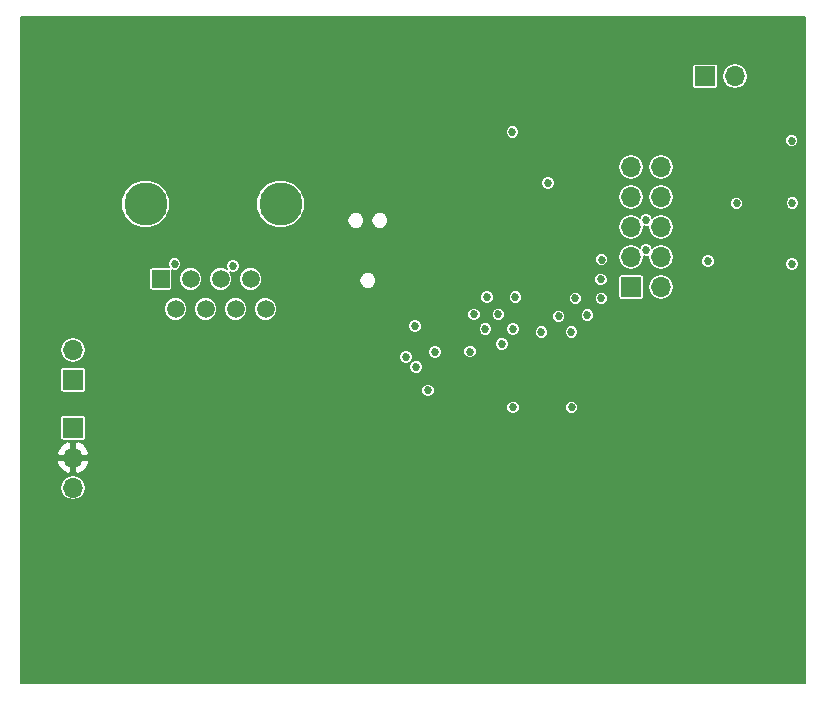
<source format=gbr>
G04 #@! TF.FileFunction,Copper,L2,Inr,Plane*
%FSLAX46Y46*%
G04 Gerber Fmt 4.6, Leading zero omitted, Abs format (unit mm)*
G04 Created by KiCad (PCBNEW 4.0.0-rc1-stable) date 05/10/2017 19:39:07*
%MOMM*%
G01*
G04 APERTURE LIST*
%ADD10C,0.100000*%
%ADD11C,0.685800*%
%ADD12R,1.700000X1.700000*%
%ADD13O,1.700000X1.700000*%
%ADD14C,3.650000*%
%ADD15R,1.500000X1.500000*%
%ADD16C,1.500000*%
%ADD17C,0.152400*%
G04 APERTURE END LIST*
D10*
D11*
X199110000Y-101560000D03*
X201650000Y-101540000D03*
X200570000Y-100220000D03*
X202990000Y-100120000D03*
X204170000Y-98700000D03*
X201980000Y-98700000D03*
X204130000Y-97090000D03*
X204200000Y-95420000D03*
X195750000Y-102550000D03*
X196700000Y-101300000D03*
X194350000Y-101300000D03*
X195450000Y-100050000D03*
X193400000Y-100050000D03*
X194500000Y-98600000D03*
X196900000Y-98600000D03*
X207950000Y-92050000D03*
X207950000Y-94600000D03*
D12*
X159450000Y-105600000D03*
D13*
X159450000Y-103060000D03*
D12*
X159450000Y-109650000D03*
D13*
X159450000Y-112190000D03*
X159450000Y-114730000D03*
D12*
X206700000Y-97750000D03*
D13*
X209240000Y-97750000D03*
X206700000Y-95210000D03*
X209240000Y-95210000D03*
X206700000Y-92670000D03*
X209240000Y-92670000D03*
X206700000Y-90130000D03*
X209240000Y-90130000D03*
X206700000Y-87590000D03*
X209240000Y-87590000D03*
D14*
X177020000Y-90710000D03*
X165590000Y-90710000D03*
D15*
X166860000Y-97060000D03*
D16*
X168130000Y-99600000D03*
X169400000Y-97060000D03*
X170670000Y-99600000D03*
X171940000Y-97060000D03*
X173210000Y-99600000D03*
X174480000Y-97060000D03*
X175750000Y-99600000D03*
D12*
X212960000Y-79900000D03*
D13*
X215500000Y-79900000D03*
D11*
X168050000Y-95800000D03*
X173000000Y-95950000D03*
X213200000Y-95550000D03*
X215630000Y-90650000D03*
X193050000Y-103200000D03*
X201660000Y-107930000D03*
X196710000Y-107930000D03*
X196650000Y-84600000D03*
X199669400Y-88925400D03*
X220294200Y-85344000D03*
X220345000Y-90627200D03*
X220319600Y-95783400D03*
X190100000Y-103250000D03*
X187650000Y-103650000D03*
X189490000Y-106490000D03*
X188500000Y-104500000D03*
X179247800Y-102539800D03*
X184600000Y-108050000D03*
X183150000Y-97400000D03*
X211850000Y-99150000D03*
X211900000Y-94100000D03*
X212050000Y-89000000D03*
X188400000Y-101050000D03*
D17*
G36*
X221396400Y-131296400D02*
X155003600Y-131296400D01*
X155003600Y-114730000D01*
X158350269Y-114730000D01*
X158432373Y-115142762D01*
X158666184Y-115492685D01*
X159016107Y-115726496D01*
X159428869Y-115808600D01*
X159471131Y-115808600D01*
X159883893Y-115726496D01*
X160233816Y-115492685D01*
X160467627Y-115142762D01*
X160549731Y-114730000D01*
X160467627Y-114317238D01*
X160233816Y-113967315D01*
X159883893Y-113733504D01*
X159471131Y-113651400D01*
X159428869Y-113651400D01*
X159016107Y-113733504D01*
X158666184Y-113967315D01*
X158432373Y-114317238D01*
X158350269Y-114730000D01*
X155003600Y-114730000D01*
X155003600Y-112588239D01*
X158072199Y-112588239D01*
X158194138Y-112882663D01*
X158554806Y-113310535D01*
X159051759Y-113567815D01*
X159272200Y-113467100D01*
X159272200Y-112367800D01*
X159627800Y-112367800D01*
X159627800Y-113467100D01*
X159848241Y-113567815D01*
X160345194Y-113310535D01*
X160705862Y-112882663D01*
X160827801Y-112588239D01*
X160725820Y-112367800D01*
X159627800Y-112367800D01*
X159272200Y-112367800D01*
X158174180Y-112367800D01*
X158072199Y-112588239D01*
X155003600Y-112588239D01*
X155003600Y-111791761D01*
X158072199Y-111791761D01*
X158174180Y-112012200D01*
X159272200Y-112012200D01*
X159272200Y-110912900D01*
X159627800Y-110912900D01*
X159627800Y-112012200D01*
X160725820Y-112012200D01*
X160827801Y-111791761D01*
X160705862Y-111497337D01*
X160345194Y-111069465D01*
X159848241Y-110812185D01*
X159627800Y-110912900D01*
X159272200Y-110912900D01*
X159051759Y-110812185D01*
X158554806Y-111069465D01*
X158194138Y-111497337D01*
X158072199Y-111791761D01*
X155003600Y-111791761D01*
X155003600Y-108800000D01*
X158366922Y-108800000D01*
X158366922Y-110500000D01*
X158382862Y-110584714D01*
X158432928Y-110662518D01*
X158509320Y-110714715D01*
X158600000Y-110733078D01*
X160300000Y-110733078D01*
X160384714Y-110717138D01*
X160462518Y-110667072D01*
X160514715Y-110590680D01*
X160533078Y-110500000D01*
X160533078Y-108800000D01*
X160517138Y-108715286D01*
X160467072Y-108637482D01*
X160390680Y-108585285D01*
X160300000Y-108566922D01*
X158600000Y-108566922D01*
X158515286Y-108582862D01*
X158437482Y-108632928D01*
X158385285Y-108709320D01*
X158366922Y-108800000D01*
X155003600Y-108800000D01*
X155003600Y-108043180D01*
X196138401Y-108043180D01*
X196225224Y-108253306D01*
X196385849Y-108414211D01*
X196595823Y-108501400D01*
X196823180Y-108501599D01*
X197033306Y-108414776D01*
X197194211Y-108254151D01*
X197281400Y-108044177D01*
X197281400Y-108043180D01*
X201088401Y-108043180D01*
X201175224Y-108253306D01*
X201335849Y-108414211D01*
X201545823Y-108501400D01*
X201773180Y-108501599D01*
X201983306Y-108414776D01*
X202144211Y-108254151D01*
X202231400Y-108044177D01*
X202231599Y-107816820D01*
X202144776Y-107606694D01*
X201984151Y-107445789D01*
X201774177Y-107358600D01*
X201546820Y-107358401D01*
X201336694Y-107445224D01*
X201175789Y-107605849D01*
X201088600Y-107815823D01*
X201088401Y-108043180D01*
X197281400Y-108043180D01*
X197281599Y-107816820D01*
X197194776Y-107606694D01*
X197034151Y-107445789D01*
X196824177Y-107358600D01*
X196596820Y-107358401D01*
X196386694Y-107445224D01*
X196225789Y-107605849D01*
X196138600Y-107815823D01*
X196138401Y-108043180D01*
X155003600Y-108043180D01*
X155003600Y-104750000D01*
X158366922Y-104750000D01*
X158366922Y-106450000D01*
X158382862Y-106534714D01*
X158432928Y-106612518D01*
X158509320Y-106664715D01*
X158600000Y-106683078D01*
X160300000Y-106683078D01*
X160384714Y-106667138D01*
X160462518Y-106617072D01*
X160472010Y-106603180D01*
X188918401Y-106603180D01*
X189005224Y-106813306D01*
X189165849Y-106974211D01*
X189375823Y-107061400D01*
X189603180Y-107061599D01*
X189813306Y-106974776D01*
X189974211Y-106814151D01*
X190061400Y-106604177D01*
X190061599Y-106376820D01*
X189974776Y-106166694D01*
X189814151Y-106005789D01*
X189604177Y-105918600D01*
X189376820Y-105918401D01*
X189166694Y-106005224D01*
X189005789Y-106165849D01*
X188918600Y-106375823D01*
X188918401Y-106603180D01*
X160472010Y-106603180D01*
X160514715Y-106540680D01*
X160533078Y-106450000D01*
X160533078Y-104750000D01*
X160517138Y-104665286D01*
X160483609Y-104613180D01*
X187928401Y-104613180D01*
X188015224Y-104823306D01*
X188175849Y-104984211D01*
X188385823Y-105071400D01*
X188613180Y-105071599D01*
X188823306Y-104984776D01*
X188984211Y-104824151D01*
X189071400Y-104614177D01*
X189071599Y-104386820D01*
X188984776Y-104176694D01*
X188824151Y-104015789D01*
X188614177Y-103928600D01*
X188386820Y-103928401D01*
X188176694Y-104015224D01*
X188015789Y-104175849D01*
X187928600Y-104385823D01*
X187928401Y-104613180D01*
X160483609Y-104613180D01*
X160467072Y-104587482D01*
X160390680Y-104535285D01*
X160300000Y-104516922D01*
X158600000Y-104516922D01*
X158515286Y-104532862D01*
X158437482Y-104582928D01*
X158385285Y-104659320D01*
X158366922Y-104750000D01*
X155003600Y-104750000D01*
X155003600Y-103060000D01*
X158350269Y-103060000D01*
X158432373Y-103472762D01*
X158666184Y-103822685D01*
X159016107Y-104056496D01*
X159428869Y-104138600D01*
X159471131Y-104138600D01*
X159883893Y-104056496D01*
X160233816Y-103822685D01*
X160273575Y-103763180D01*
X187078401Y-103763180D01*
X187165224Y-103973306D01*
X187325849Y-104134211D01*
X187535823Y-104221400D01*
X187763180Y-104221599D01*
X187973306Y-104134776D01*
X188134211Y-103974151D01*
X188221400Y-103764177D01*
X188221599Y-103536820D01*
X188149852Y-103363180D01*
X189528401Y-103363180D01*
X189615224Y-103573306D01*
X189775849Y-103734211D01*
X189985823Y-103821400D01*
X190213180Y-103821599D01*
X190423306Y-103734776D01*
X190584211Y-103574151D01*
X190671400Y-103364177D01*
X190671444Y-103313180D01*
X192478401Y-103313180D01*
X192565224Y-103523306D01*
X192725849Y-103684211D01*
X192935823Y-103771400D01*
X193163180Y-103771599D01*
X193373306Y-103684776D01*
X193534211Y-103524151D01*
X193621400Y-103314177D01*
X193621599Y-103086820D01*
X193534776Y-102876694D01*
X193374151Y-102715789D01*
X193247455Y-102663180D01*
X195178401Y-102663180D01*
X195265224Y-102873306D01*
X195425849Y-103034211D01*
X195635823Y-103121400D01*
X195863180Y-103121599D01*
X196073306Y-103034776D01*
X196234211Y-102874151D01*
X196321400Y-102664177D01*
X196321599Y-102436820D01*
X196234776Y-102226694D01*
X196074151Y-102065789D01*
X195864177Y-101978600D01*
X195636820Y-101978401D01*
X195426694Y-102065224D01*
X195265789Y-102225849D01*
X195178600Y-102435823D01*
X195178401Y-102663180D01*
X193247455Y-102663180D01*
X193164177Y-102628600D01*
X192936820Y-102628401D01*
X192726694Y-102715224D01*
X192565789Y-102875849D01*
X192478600Y-103085823D01*
X192478401Y-103313180D01*
X190671444Y-103313180D01*
X190671599Y-103136820D01*
X190584776Y-102926694D01*
X190424151Y-102765789D01*
X190214177Y-102678600D01*
X189986820Y-102678401D01*
X189776694Y-102765224D01*
X189615789Y-102925849D01*
X189528600Y-103135823D01*
X189528401Y-103363180D01*
X188149852Y-103363180D01*
X188134776Y-103326694D01*
X187974151Y-103165789D01*
X187764177Y-103078600D01*
X187536820Y-103078401D01*
X187326694Y-103165224D01*
X187165789Y-103325849D01*
X187078600Y-103535823D01*
X187078401Y-103763180D01*
X160273575Y-103763180D01*
X160467627Y-103472762D01*
X160549731Y-103060000D01*
X160467627Y-102647238D01*
X160233816Y-102297315D01*
X159883893Y-102063504D01*
X159471131Y-101981400D01*
X159428869Y-101981400D01*
X159016107Y-102063504D01*
X158666184Y-102297315D01*
X158432373Y-102647238D01*
X158350269Y-103060000D01*
X155003600Y-103060000D01*
X155003600Y-101163180D01*
X187828401Y-101163180D01*
X187915224Y-101373306D01*
X188075849Y-101534211D01*
X188285823Y-101621400D01*
X188513180Y-101621599D01*
X188723306Y-101534776D01*
X188845113Y-101413180D01*
X193778401Y-101413180D01*
X193865224Y-101623306D01*
X194025849Y-101784211D01*
X194235823Y-101871400D01*
X194463180Y-101871599D01*
X194673306Y-101784776D01*
X194834211Y-101624151D01*
X194921400Y-101414177D01*
X194921400Y-101413180D01*
X196128401Y-101413180D01*
X196215224Y-101623306D01*
X196375849Y-101784211D01*
X196585823Y-101871400D01*
X196813180Y-101871599D01*
X197023306Y-101784776D01*
X197135096Y-101673180D01*
X198538401Y-101673180D01*
X198625224Y-101883306D01*
X198785849Y-102044211D01*
X198995823Y-102131400D01*
X199223180Y-102131599D01*
X199433306Y-102044776D01*
X199594211Y-101884151D01*
X199681400Y-101674177D01*
X199681418Y-101653180D01*
X201078401Y-101653180D01*
X201165224Y-101863306D01*
X201325849Y-102024211D01*
X201535823Y-102111400D01*
X201763180Y-102111599D01*
X201973306Y-102024776D01*
X202134211Y-101864151D01*
X202221400Y-101654177D01*
X202221599Y-101426820D01*
X202134776Y-101216694D01*
X201974151Y-101055789D01*
X201764177Y-100968600D01*
X201536820Y-100968401D01*
X201326694Y-101055224D01*
X201165789Y-101215849D01*
X201078600Y-101425823D01*
X201078401Y-101653180D01*
X199681418Y-101653180D01*
X199681599Y-101446820D01*
X199594776Y-101236694D01*
X199434151Y-101075789D01*
X199224177Y-100988600D01*
X198996820Y-100988401D01*
X198786694Y-101075224D01*
X198625789Y-101235849D01*
X198538600Y-101445823D01*
X198538401Y-101673180D01*
X197135096Y-101673180D01*
X197184211Y-101624151D01*
X197271400Y-101414177D01*
X197271599Y-101186820D01*
X197184776Y-100976694D01*
X197024151Y-100815789D01*
X196814177Y-100728600D01*
X196586820Y-100728401D01*
X196376694Y-100815224D01*
X196215789Y-100975849D01*
X196128600Y-101185823D01*
X196128401Y-101413180D01*
X194921400Y-101413180D01*
X194921599Y-101186820D01*
X194834776Y-100976694D01*
X194674151Y-100815789D01*
X194464177Y-100728600D01*
X194236820Y-100728401D01*
X194026694Y-100815224D01*
X193865789Y-100975849D01*
X193778600Y-101185823D01*
X193778401Y-101413180D01*
X188845113Y-101413180D01*
X188884211Y-101374151D01*
X188971400Y-101164177D01*
X188971599Y-100936820D01*
X188884776Y-100726694D01*
X188724151Y-100565789D01*
X188514177Y-100478600D01*
X188286820Y-100478401D01*
X188076694Y-100565224D01*
X187915789Y-100725849D01*
X187828600Y-100935823D01*
X187828401Y-101163180D01*
X155003600Y-101163180D01*
X155003600Y-99793802D01*
X167151230Y-99793802D01*
X167299899Y-100153608D01*
X167574944Y-100429133D01*
X167934490Y-100578430D01*
X168323802Y-100578770D01*
X168683608Y-100430101D01*
X168959133Y-100155056D01*
X169108430Y-99795510D01*
X169108431Y-99793802D01*
X169691230Y-99793802D01*
X169839899Y-100153608D01*
X170114944Y-100429133D01*
X170474490Y-100578430D01*
X170863802Y-100578770D01*
X171223608Y-100430101D01*
X171499133Y-100155056D01*
X171648430Y-99795510D01*
X171648431Y-99793802D01*
X172231230Y-99793802D01*
X172379899Y-100153608D01*
X172654944Y-100429133D01*
X173014490Y-100578430D01*
X173403802Y-100578770D01*
X173763608Y-100430101D01*
X174039133Y-100155056D01*
X174188430Y-99795510D01*
X174188431Y-99793802D01*
X174771230Y-99793802D01*
X174919899Y-100153608D01*
X175194944Y-100429133D01*
X175554490Y-100578430D01*
X175943802Y-100578770D01*
X176303608Y-100430101D01*
X176570994Y-100163180D01*
X192828401Y-100163180D01*
X192915224Y-100373306D01*
X193075849Y-100534211D01*
X193285823Y-100621400D01*
X193513180Y-100621599D01*
X193723306Y-100534776D01*
X193884211Y-100374151D01*
X193971400Y-100164177D01*
X193971400Y-100163180D01*
X194878401Y-100163180D01*
X194965224Y-100373306D01*
X195125849Y-100534211D01*
X195335823Y-100621400D01*
X195563180Y-100621599D01*
X195773306Y-100534776D01*
X195934211Y-100374151D01*
X195951223Y-100333180D01*
X199998401Y-100333180D01*
X200085224Y-100543306D01*
X200245849Y-100704211D01*
X200455823Y-100791400D01*
X200683180Y-100791599D01*
X200893306Y-100704776D01*
X201054211Y-100544151D01*
X201141400Y-100334177D01*
X201141488Y-100233180D01*
X202418401Y-100233180D01*
X202505224Y-100443306D01*
X202665849Y-100604211D01*
X202875823Y-100691400D01*
X203103180Y-100691599D01*
X203313306Y-100604776D01*
X203474211Y-100444151D01*
X203561400Y-100234177D01*
X203561599Y-100006820D01*
X203474776Y-99796694D01*
X203314151Y-99635789D01*
X203104177Y-99548600D01*
X202876820Y-99548401D01*
X202666694Y-99635224D01*
X202505789Y-99795849D01*
X202418600Y-100005823D01*
X202418401Y-100233180D01*
X201141488Y-100233180D01*
X201141599Y-100106820D01*
X201054776Y-99896694D01*
X200894151Y-99735789D01*
X200684177Y-99648600D01*
X200456820Y-99648401D01*
X200246694Y-99735224D01*
X200085789Y-99895849D01*
X199998600Y-100105823D01*
X199998401Y-100333180D01*
X195951223Y-100333180D01*
X196021400Y-100164177D01*
X196021599Y-99936820D01*
X195934776Y-99726694D01*
X195774151Y-99565789D01*
X195564177Y-99478600D01*
X195336820Y-99478401D01*
X195126694Y-99565224D01*
X194965789Y-99725849D01*
X194878600Y-99935823D01*
X194878401Y-100163180D01*
X193971400Y-100163180D01*
X193971599Y-99936820D01*
X193884776Y-99726694D01*
X193724151Y-99565789D01*
X193514177Y-99478600D01*
X193286820Y-99478401D01*
X193076694Y-99565224D01*
X192915789Y-99725849D01*
X192828600Y-99935823D01*
X192828401Y-100163180D01*
X176570994Y-100163180D01*
X176579133Y-100155056D01*
X176728430Y-99795510D01*
X176728770Y-99406198D01*
X176580101Y-99046392D01*
X176305056Y-98770867D01*
X176166131Y-98713180D01*
X193928401Y-98713180D01*
X194015224Y-98923306D01*
X194175849Y-99084211D01*
X194385823Y-99171400D01*
X194613180Y-99171599D01*
X194823306Y-99084776D01*
X194984211Y-98924151D01*
X195071400Y-98714177D01*
X195071400Y-98713180D01*
X196328401Y-98713180D01*
X196415224Y-98923306D01*
X196575849Y-99084211D01*
X196785823Y-99171400D01*
X197013180Y-99171599D01*
X197223306Y-99084776D01*
X197384211Y-98924151D01*
X197430290Y-98813180D01*
X201408401Y-98813180D01*
X201495224Y-99023306D01*
X201655849Y-99184211D01*
X201865823Y-99271400D01*
X202093180Y-99271599D01*
X202303306Y-99184776D01*
X202464211Y-99024151D01*
X202551400Y-98814177D01*
X202551400Y-98813180D01*
X203598401Y-98813180D01*
X203685224Y-99023306D01*
X203845849Y-99184211D01*
X204055823Y-99271400D01*
X204283180Y-99271599D01*
X204493306Y-99184776D01*
X204654211Y-99024151D01*
X204741400Y-98814177D01*
X204741599Y-98586820D01*
X204654776Y-98376694D01*
X204494151Y-98215789D01*
X204284177Y-98128600D01*
X204056820Y-98128401D01*
X203846694Y-98215224D01*
X203685789Y-98375849D01*
X203598600Y-98585823D01*
X203598401Y-98813180D01*
X202551400Y-98813180D01*
X202551599Y-98586820D01*
X202464776Y-98376694D01*
X202304151Y-98215789D01*
X202094177Y-98128600D01*
X201866820Y-98128401D01*
X201656694Y-98215224D01*
X201495789Y-98375849D01*
X201408600Y-98585823D01*
X201408401Y-98813180D01*
X197430290Y-98813180D01*
X197471400Y-98714177D01*
X197471599Y-98486820D01*
X197384776Y-98276694D01*
X197224151Y-98115789D01*
X197014177Y-98028600D01*
X196786820Y-98028401D01*
X196576694Y-98115224D01*
X196415789Y-98275849D01*
X196328600Y-98485823D01*
X196328401Y-98713180D01*
X195071400Y-98713180D01*
X195071599Y-98486820D01*
X194984776Y-98276694D01*
X194824151Y-98115789D01*
X194614177Y-98028600D01*
X194386820Y-98028401D01*
X194176694Y-98115224D01*
X194015789Y-98275849D01*
X193928600Y-98485823D01*
X193928401Y-98713180D01*
X176166131Y-98713180D01*
X175945510Y-98621570D01*
X175556198Y-98621230D01*
X175196392Y-98769899D01*
X174920867Y-99044944D01*
X174771570Y-99404490D01*
X174771230Y-99793802D01*
X174188431Y-99793802D01*
X174188770Y-99406198D01*
X174040101Y-99046392D01*
X173765056Y-98770867D01*
X173405510Y-98621570D01*
X173016198Y-98621230D01*
X172656392Y-98769899D01*
X172380867Y-99044944D01*
X172231570Y-99404490D01*
X172231230Y-99793802D01*
X171648431Y-99793802D01*
X171648770Y-99406198D01*
X171500101Y-99046392D01*
X171225056Y-98770867D01*
X170865510Y-98621570D01*
X170476198Y-98621230D01*
X170116392Y-98769899D01*
X169840867Y-99044944D01*
X169691570Y-99404490D01*
X169691230Y-99793802D01*
X169108431Y-99793802D01*
X169108770Y-99406198D01*
X168960101Y-99046392D01*
X168685056Y-98770867D01*
X168325510Y-98621570D01*
X167936198Y-98621230D01*
X167576392Y-98769899D01*
X167300867Y-99044944D01*
X167151570Y-99404490D01*
X167151230Y-99793802D01*
X155003600Y-99793802D01*
X155003600Y-96310000D01*
X165876922Y-96310000D01*
X165876922Y-97810000D01*
X165892862Y-97894714D01*
X165942928Y-97972518D01*
X166019320Y-98024715D01*
X166110000Y-98043078D01*
X167610000Y-98043078D01*
X167694714Y-98027138D01*
X167772518Y-97977072D01*
X167824715Y-97900680D01*
X167843078Y-97810000D01*
X167843078Y-97253802D01*
X168421230Y-97253802D01*
X168569899Y-97613608D01*
X168844944Y-97889133D01*
X169204490Y-98038430D01*
X169593802Y-98038770D01*
X169953608Y-97890101D01*
X170229133Y-97615056D01*
X170378430Y-97255510D01*
X170378431Y-97253802D01*
X170961230Y-97253802D01*
X171109899Y-97613608D01*
X171384944Y-97889133D01*
X171744490Y-98038430D01*
X172133802Y-98038770D01*
X172493608Y-97890101D01*
X172769133Y-97615056D01*
X172918430Y-97255510D01*
X172918431Y-97253802D01*
X173501230Y-97253802D01*
X173649899Y-97613608D01*
X173924944Y-97889133D01*
X174284490Y-98038430D01*
X174673802Y-98038770D01*
X175033608Y-97890101D01*
X175309133Y-97615056D01*
X175426103Y-97333361D01*
X183675975Y-97333361D01*
X183785950Y-97599521D01*
X183989408Y-97803335D01*
X184255376Y-97913774D01*
X184543361Y-97914025D01*
X184809521Y-97804050D01*
X185013335Y-97600592D01*
X185123774Y-97334624D01*
X185123888Y-97203180D01*
X203558401Y-97203180D01*
X203645224Y-97413306D01*
X203805849Y-97574211D01*
X204015823Y-97661400D01*
X204243180Y-97661599D01*
X204453306Y-97574776D01*
X204614211Y-97414151D01*
X204701400Y-97204177D01*
X204701599Y-96976820D01*
X204669858Y-96900000D01*
X205616922Y-96900000D01*
X205616922Y-98600000D01*
X205632862Y-98684714D01*
X205682928Y-98762518D01*
X205759320Y-98814715D01*
X205850000Y-98833078D01*
X207550000Y-98833078D01*
X207634714Y-98817138D01*
X207712518Y-98767072D01*
X207764715Y-98690680D01*
X207783078Y-98600000D01*
X207783078Y-97750000D01*
X208140269Y-97750000D01*
X208222373Y-98162762D01*
X208456184Y-98512685D01*
X208806107Y-98746496D01*
X209218869Y-98828600D01*
X209261131Y-98828600D01*
X209673893Y-98746496D01*
X210023816Y-98512685D01*
X210257627Y-98162762D01*
X210339731Y-97750000D01*
X210257627Y-97337238D01*
X210023816Y-96987315D01*
X209673893Y-96753504D01*
X209261131Y-96671400D01*
X209218869Y-96671400D01*
X208806107Y-96753504D01*
X208456184Y-96987315D01*
X208222373Y-97337238D01*
X208140269Y-97750000D01*
X207783078Y-97750000D01*
X207783078Y-96900000D01*
X207767138Y-96815286D01*
X207717072Y-96737482D01*
X207640680Y-96685285D01*
X207550000Y-96666922D01*
X205850000Y-96666922D01*
X205765286Y-96682862D01*
X205687482Y-96732928D01*
X205635285Y-96809320D01*
X205616922Y-96900000D01*
X204669858Y-96900000D01*
X204614776Y-96766694D01*
X204454151Y-96605789D01*
X204244177Y-96518600D01*
X204016820Y-96518401D01*
X203806694Y-96605224D01*
X203645789Y-96765849D01*
X203558600Y-96975823D01*
X203558401Y-97203180D01*
X185123888Y-97203180D01*
X185124025Y-97046639D01*
X185014050Y-96780479D01*
X184810592Y-96576665D01*
X184544624Y-96466226D01*
X184256639Y-96465975D01*
X183990479Y-96575950D01*
X183786665Y-96779408D01*
X183676226Y-97045376D01*
X183675975Y-97333361D01*
X175426103Y-97333361D01*
X175458430Y-97255510D01*
X175458770Y-96866198D01*
X175310101Y-96506392D01*
X175035056Y-96230867D01*
X174675510Y-96081570D01*
X174286198Y-96081230D01*
X173926392Y-96229899D01*
X173650867Y-96504944D01*
X173501570Y-96864490D01*
X173501230Y-97253802D01*
X172918431Y-97253802D01*
X172918770Y-96866198D01*
X172770101Y-96506392D01*
X172713761Y-96449953D01*
X172885823Y-96521400D01*
X173113180Y-96521599D01*
X173323306Y-96434776D01*
X173484211Y-96274151D01*
X173571400Y-96064177D01*
X173571599Y-95836820D01*
X173484776Y-95626694D01*
X173391425Y-95533180D01*
X203628401Y-95533180D01*
X203715224Y-95743306D01*
X203875849Y-95904211D01*
X204085823Y-95991400D01*
X204313180Y-95991599D01*
X204523306Y-95904776D01*
X204684211Y-95744151D01*
X204771400Y-95534177D01*
X204771599Y-95306820D01*
X204731594Y-95210000D01*
X205600269Y-95210000D01*
X205682373Y-95622762D01*
X205916184Y-95972685D01*
X206266107Y-96206496D01*
X206678869Y-96288600D01*
X206721131Y-96288600D01*
X207133893Y-96206496D01*
X207483816Y-95972685D01*
X207717627Y-95622762D01*
X207799731Y-95210000D01*
X207788112Y-95151589D01*
X207835823Y-95171400D01*
X208063180Y-95171599D01*
X208155495Y-95133455D01*
X208140269Y-95210000D01*
X208222373Y-95622762D01*
X208456184Y-95972685D01*
X208806107Y-96206496D01*
X209218869Y-96288600D01*
X209261131Y-96288600D01*
X209673893Y-96206496D01*
X210023816Y-95972685D01*
X210230620Y-95663180D01*
X212628401Y-95663180D01*
X212715224Y-95873306D01*
X212875849Y-96034211D01*
X213085823Y-96121400D01*
X213313180Y-96121599D01*
X213523306Y-96034776D01*
X213661742Y-95896580D01*
X219748001Y-95896580D01*
X219834824Y-96106706D01*
X219995449Y-96267611D01*
X220205423Y-96354800D01*
X220432780Y-96354999D01*
X220642906Y-96268176D01*
X220803811Y-96107551D01*
X220891000Y-95897577D01*
X220891199Y-95670220D01*
X220804376Y-95460094D01*
X220643751Y-95299189D01*
X220433777Y-95212000D01*
X220206420Y-95211801D01*
X219996294Y-95298624D01*
X219835389Y-95459249D01*
X219748200Y-95669223D01*
X219748001Y-95896580D01*
X213661742Y-95896580D01*
X213684211Y-95874151D01*
X213771400Y-95664177D01*
X213771599Y-95436820D01*
X213684776Y-95226694D01*
X213524151Y-95065789D01*
X213314177Y-94978600D01*
X213086820Y-94978401D01*
X212876694Y-95065224D01*
X212715789Y-95225849D01*
X212628600Y-95435823D01*
X212628401Y-95663180D01*
X210230620Y-95663180D01*
X210257627Y-95622762D01*
X210339731Y-95210000D01*
X210257627Y-94797238D01*
X210023816Y-94447315D01*
X209673893Y-94213504D01*
X209261131Y-94131400D01*
X209218869Y-94131400D01*
X208806107Y-94213504D01*
X208494654Y-94421610D01*
X208434776Y-94276694D01*
X208274151Y-94115789D01*
X208064177Y-94028600D01*
X207836820Y-94028401D01*
X207626694Y-94115224D01*
X207465789Y-94275849D01*
X207413969Y-94400645D01*
X207133893Y-94213504D01*
X206721131Y-94131400D01*
X206678869Y-94131400D01*
X206266107Y-94213504D01*
X205916184Y-94447315D01*
X205682373Y-94797238D01*
X205600269Y-95210000D01*
X204731594Y-95210000D01*
X204684776Y-95096694D01*
X204524151Y-94935789D01*
X204314177Y-94848600D01*
X204086820Y-94848401D01*
X203876694Y-94935224D01*
X203715789Y-95095849D01*
X203628600Y-95305823D01*
X203628401Y-95533180D01*
X173391425Y-95533180D01*
X173324151Y-95465789D01*
X173114177Y-95378600D01*
X172886820Y-95378401D01*
X172676694Y-95465224D01*
X172515789Y-95625849D01*
X172428600Y-95835823D01*
X172428401Y-96063180D01*
X172499548Y-96235366D01*
X172495056Y-96230867D01*
X172135510Y-96081570D01*
X171746198Y-96081230D01*
X171386392Y-96229899D01*
X171110867Y-96504944D01*
X170961570Y-96864490D01*
X170961230Y-97253802D01*
X170378431Y-97253802D01*
X170378770Y-96866198D01*
X170230101Y-96506392D01*
X169955056Y-96230867D01*
X169595510Y-96081570D01*
X169206198Y-96081230D01*
X168846392Y-96229899D01*
X168570867Y-96504944D01*
X168421570Y-96864490D01*
X168421230Y-97253802D01*
X167843078Y-97253802D01*
X167843078Y-96332889D01*
X167935823Y-96371400D01*
X168163180Y-96371599D01*
X168373306Y-96284776D01*
X168534211Y-96124151D01*
X168621400Y-95914177D01*
X168621599Y-95686820D01*
X168534776Y-95476694D01*
X168374151Y-95315789D01*
X168164177Y-95228600D01*
X167936820Y-95228401D01*
X167726694Y-95315224D01*
X167565789Y-95475849D01*
X167478600Y-95685823D01*
X167478401Y-95913180D01*
X167546058Y-96076922D01*
X166110000Y-96076922D01*
X166025286Y-96092862D01*
X165947482Y-96142928D01*
X165895285Y-96219320D01*
X165876922Y-96310000D01*
X155003600Y-96310000D01*
X155003600Y-91116694D01*
X163536045Y-91116694D01*
X163848028Y-91871751D01*
X164425210Y-92449942D01*
X165179722Y-92763242D01*
X165996694Y-92763955D01*
X166751751Y-92451972D01*
X167329942Y-91874790D01*
X167643242Y-91120278D01*
X167643245Y-91116694D01*
X174966045Y-91116694D01*
X175278028Y-91871751D01*
X175855210Y-92449942D01*
X176609722Y-92763242D01*
X177426694Y-92763955D01*
X178181751Y-92451972D01*
X178380709Y-92253361D01*
X182659975Y-92253361D01*
X182769950Y-92519521D01*
X182973408Y-92723335D01*
X183239376Y-92833774D01*
X183527361Y-92834025D01*
X183793521Y-92724050D01*
X183997335Y-92520592D01*
X184107774Y-92254624D01*
X184107775Y-92253361D01*
X184691975Y-92253361D01*
X184801950Y-92519521D01*
X185005408Y-92723335D01*
X185271376Y-92833774D01*
X185559361Y-92834025D01*
X185825521Y-92724050D01*
X185879665Y-92670000D01*
X205600269Y-92670000D01*
X205682373Y-93082762D01*
X205916184Y-93432685D01*
X206266107Y-93666496D01*
X206678869Y-93748600D01*
X206721131Y-93748600D01*
X207133893Y-93666496D01*
X207483816Y-93432685D01*
X207717627Y-93082762D01*
X207799731Y-92670000D01*
X207785944Y-92600688D01*
X207835823Y-92621400D01*
X208063180Y-92621599D01*
X208157662Y-92582559D01*
X208140269Y-92670000D01*
X208222373Y-93082762D01*
X208456184Y-93432685D01*
X208806107Y-93666496D01*
X209218869Y-93748600D01*
X209261131Y-93748600D01*
X209673893Y-93666496D01*
X210023816Y-93432685D01*
X210257627Y-93082762D01*
X210339731Y-92670000D01*
X210257627Y-92257238D01*
X210023816Y-91907315D01*
X209673893Y-91673504D01*
X209261131Y-91591400D01*
X209218869Y-91591400D01*
X208806107Y-91673504D01*
X208497892Y-91879446D01*
X208434776Y-91726694D01*
X208274151Y-91565789D01*
X208064177Y-91478600D01*
X207836820Y-91478401D01*
X207626694Y-91565224D01*
X207465789Y-91725849D01*
X207410719Y-91858473D01*
X207133893Y-91673504D01*
X206721131Y-91591400D01*
X206678869Y-91591400D01*
X206266107Y-91673504D01*
X205916184Y-91907315D01*
X205682373Y-92257238D01*
X205600269Y-92670000D01*
X185879665Y-92670000D01*
X186029335Y-92520592D01*
X186139774Y-92254624D01*
X186140025Y-91966639D01*
X186030050Y-91700479D01*
X185826592Y-91496665D01*
X185560624Y-91386226D01*
X185272639Y-91385975D01*
X185006479Y-91495950D01*
X184802665Y-91699408D01*
X184692226Y-91965376D01*
X184691975Y-92253361D01*
X184107775Y-92253361D01*
X184108025Y-91966639D01*
X183998050Y-91700479D01*
X183794592Y-91496665D01*
X183528624Y-91386226D01*
X183240639Y-91385975D01*
X182974479Y-91495950D01*
X182770665Y-91699408D01*
X182660226Y-91965376D01*
X182659975Y-92253361D01*
X178380709Y-92253361D01*
X178759942Y-91874790D01*
X179073242Y-91120278D01*
X179073955Y-90303306D01*
X179002347Y-90130000D01*
X205600269Y-90130000D01*
X205682373Y-90542762D01*
X205916184Y-90892685D01*
X206266107Y-91126496D01*
X206678869Y-91208600D01*
X206721131Y-91208600D01*
X207133893Y-91126496D01*
X207483816Y-90892685D01*
X207717627Y-90542762D01*
X207799731Y-90130000D01*
X208140269Y-90130000D01*
X208222373Y-90542762D01*
X208456184Y-90892685D01*
X208806107Y-91126496D01*
X209218869Y-91208600D01*
X209261131Y-91208600D01*
X209673893Y-91126496D01*
X210023816Y-90892685D01*
X210110348Y-90763180D01*
X215058401Y-90763180D01*
X215145224Y-90973306D01*
X215305849Y-91134211D01*
X215515823Y-91221400D01*
X215743180Y-91221599D01*
X215953306Y-91134776D01*
X216114211Y-90974151D01*
X216201400Y-90764177D01*
X216201420Y-90740380D01*
X219773401Y-90740380D01*
X219860224Y-90950506D01*
X220020849Y-91111411D01*
X220230823Y-91198600D01*
X220458180Y-91198799D01*
X220668306Y-91111976D01*
X220829211Y-90951351D01*
X220916400Y-90741377D01*
X220916599Y-90514020D01*
X220829776Y-90303894D01*
X220669151Y-90142989D01*
X220459177Y-90055800D01*
X220231820Y-90055601D01*
X220021694Y-90142424D01*
X219860789Y-90303049D01*
X219773600Y-90513023D01*
X219773401Y-90740380D01*
X216201420Y-90740380D01*
X216201599Y-90536820D01*
X216114776Y-90326694D01*
X215954151Y-90165789D01*
X215744177Y-90078600D01*
X215516820Y-90078401D01*
X215306694Y-90165224D01*
X215145789Y-90325849D01*
X215058600Y-90535823D01*
X215058401Y-90763180D01*
X210110348Y-90763180D01*
X210257627Y-90542762D01*
X210339731Y-90130000D01*
X210257627Y-89717238D01*
X210023816Y-89367315D01*
X209673893Y-89133504D01*
X209261131Y-89051400D01*
X209218869Y-89051400D01*
X208806107Y-89133504D01*
X208456184Y-89367315D01*
X208222373Y-89717238D01*
X208140269Y-90130000D01*
X207799731Y-90130000D01*
X207717627Y-89717238D01*
X207483816Y-89367315D01*
X207133893Y-89133504D01*
X206721131Y-89051400D01*
X206678869Y-89051400D01*
X206266107Y-89133504D01*
X205916184Y-89367315D01*
X205682373Y-89717238D01*
X205600269Y-90130000D01*
X179002347Y-90130000D01*
X178761972Y-89548249D01*
X178253193Y-89038580D01*
X199097801Y-89038580D01*
X199184624Y-89248706D01*
X199345249Y-89409611D01*
X199555223Y-89496800D01*
X199782580Y-89496999D01*
X199992706Y-89410176D01*
X200153611Y-89249551D01*
X200240800Y-89039577D01*
X200240999Y-88812220D01*
X200154176Y-88602094D01*
X199993551Y-88441189D01*
X199783577Y-88354000D01*
X199556220Y-88353801D01*
X199346094Y-88440624D01*
X199185189Y-88601249D01*
X199098000Y-88811223D01*
X199097801Y-89038580D01*
X178253193Y-89038580D01*
X178184790Y-88970058D01*
X177430278Y-88656758D01*
X176613306Y-88656045D01*
X175858249Y-88968028D01*
X175280058Y-89545210D01*
X174966758Y-90299722D01*
X174966045Y-91116694D01*
X167643245Y-91116694D01*
X167643955Y-90303306D01*
X167331972Y-89548249D01*
X166754790Y-88970058D01*
X166000278Y-88656758D01*
X165183306Y-88656045D01*
X164428249Y-88968028D01*
X163850058Y-89545210D01*
X163536758Y-90299722D01*
X163536045Y-91116694D01*
X155003600Y-91116694D01*
X155003600Y-87590000D01*
X205600269Y-87590000D01*
X205682373Y-88002762D01*
X205916184Y-88352685D01*
X206266107Y-88586496D01*
X206678869Y-88668600D01*
X206721131Y-88668600D01*
X207133893Y-88586496D01*
X207483816Y-88352685D01*
X207717627Y-88002762D01*
X207799731Y-87590000D01*
X208140269Y-87590000D01*
X208222373Y-88002762D01*
X208456184Y-88352685D01*
X208806107Y-88586496D01*
X209218869Y-88668600D01*
X209261131Y-88668600D01*
X209673893Y-88586496D01*
X210023816Y-88352685D01*
X210257627Y-88002762D01*
X210339731Y-87590000D01*
X210257627Y-87177238D01*
X210023816Y-86827315D01*
X209673893Y-86593504D01*
X209261131Y-86511400D01*
X209218869Y-86511400D01*
X208806107Y-86593504D01*
X208456184Y-86827315D01*
X208222373Y-87177238D01*
X208140269Y-87590000D01*
X207799731Y-87590000D01*
X207717627Y-87177238D01*
X207483816Y-86827315D01*
X207133893Y-86593504D01*
X206721131Y-86511400D01*
X206678869Y-86511400D01*
X206266107Y-86593504D01*
X205916184Y-86827315D01*
X205682373Y-87177238D01*
X205600269Y-87590000D01*
X155003600Y-87590000D01*
X155003600Y-85457180D01*
X219722601Y-85457180D01*
X219809424Y-85667306D01*
X219970049Y-85828211D01*
X220180023Y-85915400D01*
X220407380Y-85915599D01*
X220617506Y-85828776D01*
X220778411Y-85668151D01*
X220865600Y-85458177D01*
X220865799Y-85230820D01*
X220778976Y-85020694D01*
X220618351Y-84859789D01*
X220408377Y-84772600D01*
X220181020Y-84772401D01*
X219970894Y-84859224D01*
X219809989Y-85019849D01*
X219722800Y-85229823D01*
X219722601Y-85457180D01*
X155003600Y-85457180D01*
X155003600Y-84713180D01*
X196078401Y-84713180D01*
X196165224Y-84923306D01*
X196325849Y-85084211D01*
X196535823Y-85171400D01*
X196763180Y-85171599D01*
X196973306Y-85084776D01*
X197134211Y-84924151D01*
X197221400Y-84714177D01*
X197221599Y-84486820D01*
X197134776Y-84276694D01*
X196974151Y-84115789D01*
X196764177Y-84028600D01*
X196536820Y-84028401D01*
X196326694Y-84115224D01*
X196165789Y-84275849D01*
X196078600Y-84485823D01*
X196078401Y-84713180D01*
X155003600Y-84713180D01*
X155003600Y-79050000D01*
X211876922Y-79050000D01*
X211876922Y-80750000D01*
X211892862Y-80834714D01*
X211942928Y-80912518D01*
X212019320Y-80964715D01*
X212110000Y-80983078D01*
X213810000Y-80983078D01*
X213894714Y-80967138D01*
X213972518Y-80917072D01*
X214024715Y-80840680D01*
X214043078Y-80750000D01*
X214043078Y-79878869D01*
X214421400Y-79878869D01*
X214421400Y-79921131D01*
X214503504Y-80333893D01*
X214737315Y-80683816D01*
X215087238Y-80917627D01*
X215500000Y-80999731D01*
X215912762Y-80917627D01*
X216262685Y-80683816D01*
X216496496Y-80333893D01*
X216578600Y-79921131D01*
X216578600Y-79878869D01*
X216496496Y-79466107D01*
X216262685Y-79116184D01*
X215912762Y-78882373D01*
X215500000Y-78800269D01*
X215087238Y-78882373D01*
X214737315Y-79116184D01*
X214503504Y-79466107D01*
X214421400Y-79878869D01*
X214043078Y-79878869D01*
X214043078Y-79050000D01*
X214027138Y-78965286D01*
X213977072Y-78887482D01*
X213900680Y-78835285D01*
X213810000Y-78816922D01*
X212110000Y-78816922D01*
X212025286Y-78832862D01*
X211947482Y-78882928D01*
X211895285Y-78959320D01*
X211876922Y-79050000D01*
X155003600Y-79050000D01*
X155003600Y-74903600D01*
X221396400Y-74903600D01*
X221396400Y-131296400D01*
X221396400Y-131296400D01*
G37*
X221396400Y-131296400D02*
X155003600Y-131296400D01*
X155003600Y-114730000D01*
X158350269Y-114730000D01*
X158432373Y-115142762D01*
X158666184Y-115492685D01*
X159016107Y-115726496D01*
X159428869Y-115808600D01*
X159471131Y-115808600D01*
X159883893Y-115726496D01*
X160233816Y-115492685D01*
X160467627Y-115142762D01*
X160549731Y-114730000D01*
X160467627Y-114317238D01*
X160233816Y-113967315D01*
X159883893Y-113733504D01*
X159471131Y-113651400D01*
X159428869Y-113651400D01*
X159016107Y-113733504D01*
X158666184Y-113967315D01*
X158432373Y-114317238D01*
X158350269Y-114730000D01*
X155003600Y-114730000D01*
X155003600Y-112588239D01*
X158072199Y-112588239D01*
X158194138Y-112882663D01*
X158554806Y-113310535D01*
X159051759Y-113567815D01*
X159272200Y-113467100D01*
X159272200Y-112367800D01*
X159627800Y-112367800D01*
X159627800Y-113467100D01*
X159848241Y-113567815D01*
X160345194Y-113310535D01*
X160705862Y-112882663D01*
X160827801Y-112588239D01*
X160725820Y-112367800D01*
X159627800Y-112367800D01*
X159272200Y-112367800D01*
X158174180Y-112367800D01*
X158072199Y-112588239D01*
X155003600Y-112588239D01*
X155003600Y-111791761D01*
X158072199Y-111791761D01*
X158174180Y-112012200D01*
X159272200Y-112012200D01*
X159272200Y-110912900D01*
X159627800Y-110912900D01*
X159627800Y-112012200D01*
X160725820Y-112012200D01*
X160827801Y-111791761D01*
X160705862Y-111497337D01*
X160345194Y-111069465D01*
X159848241Y-110812185D01*
X159627800Y-110912900D01*
X159272200Y-110912900D01*
X159051759Y-110812185D01*
X158554806Y-111069465D01*
X158194138Y-111497337D01*
X158072199Y-111791761D01*
X155003600Y-111791761D01*
X155003600Y-108800000D01*
X158366922Y-108800000D01*
X158366922Y-110500000D01*
X158382862Y-110584714D01*
X158432928Y-110662518D01*
X158509320Y-110714715D01*
X158600000Y-110733078D01*
X160300000Y-110733078D01*
X160384714Y-110717138D01*
X160462518Y-110667072D01*
X160514715Y-110590680D01*
X160533078Y-110500000D01*
X160533078Y-108800000D01*
X160517138Y-108715286D01*
X160467072Y-108637482D01*
X160390680Y-108585285D01*
X160300000Y-108566922D01*
X158600000Y-108566922D01*
X158515286Y-108582862D01*
X158437482Y-108632928D01*
X158385285Y-108709320D01*
X158366922Y-108800000D01*
X155003600Y-108800000D01*
X155003600Y-108043180D01*
X196138401Y-108043180D01*
X196225224Y-108253306D01*
X196385849Y-108414211D01*
X196595823Y-108501400D01*
X196823180Y-108501599D01*
X197033306Y-108414776D01*
X197194211Y-108254151D01*
X197281400Y-108044177D01*
X197281400Y-108043180D01*
X201088401Y-108043180D01*
X201175224Y-108253306D01*
X201335849Y-108414211D01*
X201545823Y-108501400D01*
X201773180Y-108501599D01*
X201983306Y-108414776D01*
X202144211Y-108254151D01*
X202231400Y-108044177D01*
X202231599Y-107816820D01*
X202144776Y-107606694D01*
X201984151Y-107445789D01*
X201774177Y-107358600D01*
X201546820Y-107358401D01*
X201336694Y-107445224D01*
X201175789Y-107605849D01*
X201088600Y-107815823D01*
X201088401Y-108043180D01*
X197281400Y-108043180D01*
X197281599Y-107816820D01*
X197194776Y-107606694D01*
X197034151Y-107445789D01*
X196824177Y-107358600D01*
X196596820Y-107358401D01*
X196386694Y-107445224D01*
X196225789Y-107605849D01*
X196138600Y-107815823D01*
X196138401Y-108043180D01*
X155003600Y-108043180D01*
X155003600Y-104750000D01*
X158366922Y-104750000D01*
X158366922Y-106450000D01*
X158382862Y-106534714D01*
X158432928Y-106612518D01*
X158509320Y-106664715D01*
X158600000Y-106683078D01*
X160300000Y-106683078D01*
X160384714Y-106667138D01*
X160462518Y-106617072D01*
X160472010Y-106603180D01*
X188918401Y-106603180D01*
X189005224Y-106813306D01*
X189165849Y-106974211D01*
X189375823Y-107061400D01*
X189603180Y-107061599D01*
X189813306Y-106974776D01*
X189974211Y-106814151D01*
X190061400Y-106604177D01*
X190061599Y-106376820D01*
X189974776Y-106166694D01*
X189814151Y-106005789D01*
X189604177Y-105918600D01*
X189376820Y-105918401D01*
X189166694Y-106005224D01*
X189005789Y-106165849D01*
X188918600Y-106375823D01*
X188918401Y-106603180D01*
X160472010Y-106603180D01*
X160514715Y-106540680D01*
X160533078Y-106450000D01*
X160533078Y-104750000D01*
X160517138Y-104665286D01*
X160483609Y-104613180D01*
X187928401Y-104613180D01*
X188015224Y-104823306D01*
X188175849Y-104984211D01*
X188385823Y-105071400D01*
X188613180Y-105071599D01*
X188823306Y-104984776D01*
X188984211Y-104824151D01*
X189071400Y-104614177D01*
X189071599Y-104386820D01*
X188984776Y-104176694D01*
X188824151Y-104015789D01*
X188614177Y-103928600D01*
X188386820Y-103928401D01*
X188176694Y-104015224D01*
X188015789Y-104175849D01*
X187928600Y-104385823D01*
X187928401Y-104613180D01*
X160483609Y-104613180D01*
X160467072Y-104587482D01*
X160390680Y-104535285D01*
X160300000Y-104516922D01*
X158600000Y-104516922D01*
X158515286Y-104532862D01*
X158437482Y-104582928D01*
X158385285Y-104659320D01*
X158366922Y-104750000D01*
X155003600Y-104750000D01*
X155003600Y-103060000D01*
X158350269Y-103060000D01*
X158432373Y-103472762D01*
X158666184Y-103822685D01*
X159016107Y-104056496D01*
X159428869Y-104138600D01*
X159471131Y-104138600D01*
X159883893Y-104056496D01*
X160233816Y-103822685D01*
X160273575Y-103763180D01*
X187078401Y-103763180D01*
X187165224Y-103973306D01*
X187325849Y-104134211D01*
X187535823Y-104221400D01*
X187763180Y-104221599D01*
X187973306Y-104134776D01*
X188134211Y-103974151D01*
X188221400Y-103764177D01*
X188221599Y-103536820D01*
X188149852Y-103363180D01*
X189528401Y-103363180D01*
X189615224Y-103573306D01*
X189775849Y-103734211D01*
X189985823Y-103821400D01*
X190213180Y-103821599D01*
X190423306Y-103734776D01*
X190584211Y-103574151D01*
X190671400Y-103364177D01*
X190671444Y-103313180D01*
X192478401Y-103313180D01*
X192565224Y-103523306D01*
X192725849Y-103684211D01*
X192935823Y-103771400D01*
X193163180Y-103771599D01*
X193373306Y-103684776D01*
X193534211Y-103524151D01*
X193621400Y-103314177D01*
X193621599Y-103086820D01*
X193534776Y-102876694D01*
X193374151Y-102715789D01*
X193247455Y-102663180D01*
X195178401Y-102663180D01*
X195265224Y-102873306D01*
X195425849Y-103034211D01*
X195635823Y-103121400D01*
X195863180Y-103121599D01*
X196073306Y-103034776D01*
X196234211Y-102874151D01*
X196321400Y-102664177D01*
X196321599Y-102436820D01*
X196234776Y-102226694D01*
X196074151Y-102065789D01*
X195864177Y-101978600D01*
X195636820Y-101978401D01*
X195426694Y-102065224D01*
X195265789Y-102225849D01*
X195178600Y-102435823D01*
X195178401Y-102663180D01*
X193247455Y-102663180D01*
X193164177Y-102628600D01*
X192936820Y-102628401D01*
X192726694Y-102715224D01*
X192565789Y-102875849D01*
X192478600Y-103085823D01*
X192478401Y-103313180D01*
X190671444Y-103313180D01*
X190671599Y-103136820D01*
X190584776Y-102926694D01*
X190424151Y-102765789D01*
X190214177Y-102678600D01*
X189986820Y-102678401D01*
X189776694Y-102765224D01*
X189615789Y-102925849D01*
X189528600Y-103135823D01*
X189528401Y-103363180D01*
X188149852Y-103363180D01*
X188134776Y-103326694D01*
X187974151Y-103165789D01*
X187764177Y-103078600D01*
X187536820Y-103078401D01*
X187326694Y-103165224D01*
X187165789Y-103325849D01*
X187078600Y-103535823D01*
X187078401Y-103763180D01*
X160273575Y-103763180D01*
X160467627Y-103472762D01*
X160549731Y-103060000D01*
X160467627Y-102647238D01*
X160233816Y-102297315D01*
X159883893Y-102063504D01*
X159471131Y-101981400D01*
X159428869Y-101981400D01*
X159016107Y-102063504D01*
X158666184Y-102297315D01*
X158432373Y-102647238D01*
X158350269Y-103060000D01*
X155003600Y-103060000D01*
X155003600Y-101163180D01*
X187828401Y-101163180D01*
X187915224Y-101373306D01*
X188075849Y-101534211D01*
X188285823Y-101621400D01*
X188513180Y-101621599D01*
X188723306Y-101534776D01*
X188845113Y-101413180D01*
X193778401Y-101413180D01*
X193865224Y-101623306D01*
X194025849Y-101784211D01*
X194235823Y-101871400D01*
X194463180Y-101871599D01*
X194673306Y-101784776D01*
X194834211Y-101624151D01*
X194921400Y-101414177D01*
X194921400Y-101413180D01*
X196128401Y-101413180D01*
X196215224Y-101623306D01*
X196375849Y-101784211D01*
X196585823Y-101871400D01*
X196813180Y-101871599D01*
X197023306Y-101784776D01*
X197135096Y-101673180D01*
X198538401Y-101673180D01*
X198625224Y-101883306D01*
X198785849Y-102044211D01*
X198995823Y-102131400D01*
X199223180Y-102131599D01*
X199433306Y-102044776D01*
X199594211Y-101884151D01*
X199681400Y-101674177D01*
X199681418Y-101653180D01*
X201078401Y-101653180D01*
X201165224Y-101863306D01*
X201325849Y-102024211D01*
X201535823Y-102111400D01*
X201763180Y-102111599D01*
X201973306Y-102024776D01*
X202134211Y-101864151D01*
X202221400Y-101654177D01*
X202221599Y-101426820D01*
X202134776Y-101216694D01*
X201974151Y-101055789D01*
X201764177Y-100968600D01*
X201536820Y-100968401D01*
X201326694Y-101055224D01*
X201165789Y-101215849D01*
X201078600Y-101425823D01*
X201078401Y-101653180D01*
X199681418Y-101653180D01*
X199681599Y-101446820D01*
X199594776Y-101236694D01*
X199434151Y-101075789D01*
X199224177Y-100988600D01*
X198996820Y-100988401D01*
X198786694Y-101075224D01*
X198625789Y-101235849D01*
X198538600Y-101445823D01*
X198538401Y-101673180D01*
X197135096Y-101673180D01*
X197184211Y-101624151D01*
X197271400Y-101414177D01*
X197271599Y-101186820D01*
X197184776Y-100976694D01*
X197024151Y-100815789D01*
X196814177Y-100728600D01*
X196586820Y-100728401D01*
X196376694Y-100815224D01*
X196215789Y-100975849D01*
X196128600Y-101185823D01*
X196128401Y-101413180D01*
X194921400Y-101413180D01*
X194921599Y-101186820D01*
X194834776Y-100976694D01*
X194674151Y-100815789D01*
X194464177Y-100728600D01*
X194236820Y-100728401D01*
X194026694Y-100815224D01*
X193865789Y-100975849D01*
X193778600Y-101185823D01*
X193778401Y-101413180D01*
X188845113Y-101413180D01*
X188884211Y-101374151D01*
X188971400Y-101164177D01*
X188971599Y-100936820D01*
X188884776Y-100726694D01*
X188724151Y-100565789D01*
X188514177Y-100478600D01*
X188286820Y-100478401D01*
X188076694Y-100565224D01*
X187915789Y-100725849D01*
X187828600Y-100935823D01*
X187828401Y-101163180D01*
X155003600Y-101163180D01*
X155003600Y-99793802D01*
X167151230Y-99793802D01*
X167299899Y-100153608D01*
X167574944Y-100429133D01*
X167934490Y-100578430D01*
X168323802Y-100578770D01*
X168683608Y-100430101D01*
X168959133Y-100155056D01*
X169108430Y-99795510D01*
X169108431Y-99793802D01*
X169691230Y-99793802D01*
X169839899Y-100153608D01*
X170114944Y-100429133D01*
X170474490Y-100578430D01*
X170863802Y-100578770D01*
X171223608Y-100430101D01*
X171499133Y-100155056D01*
X171648430Y-99795510D01*
X171648431Y-99793802D01*
X172231230Y-99793802D01*
X172379899Y-100153608D01*
X172654944Y-100429133D01*
X173014490Y-100578430D01*
X173403802Y-100578770D01*
X173763608Y-100430101D01*
X174039133Y-100155056D01*
X174188430Y-99795510D01*
X174188431Y-99793802D01*
X174771230Y-99793802D01*
X174919899Y-100153608D01*
X175194944Y-100429133D01*
X175554490Y-100578430D01*
X175943802Y-100578770D01*
X176303608Y-100430101D01*
X176570994Y-100163180D01*
X192828401Y-100163180D01*
X192915224Y-100373306D01*
X193075849Y-100534211D01*
X193285823Y-100621400D01*
X193513180Y-100621599D01*
X193723306Y-100534776D01*
X193884211Y-100374151D01*
X193971400Y-100164177D01*
X193971400Y-100163180D01*
X194878401Y-100163180D01*
X194965224Y-100373306D01*
X195125849Y-100534211D01*
X195335823Y-100621400D01*
X195563180Y-100621599D01*
X195773306Y-100534776D01*
X195934211Y-100374151D01*
X195951223Y-100333180D01*
X199998401Y-100333180D01*
X200085224Y-100543306D01*
X200245849Y-100704211D01*
X200455823Y-100791400D01*
X200683180Y-100791599D01*
X200893306Y-100704776D01*
X201054211Y-100544151D01*
X201141400Y-100334177D01*
X201141488Y-100233180D01*
X202418401Y-100233180D01*
X202505224Y-100443306D01*
X202665849Y-100604211D01*
X202875823Y-100691400D01*
X203103180Y-100691599D01*
X203313306Y-100604776D01*
X203474211Y-100444151D01*
X203561400Y-100234177D01*
X203561599Y-100006820D01*
X203474776Y-99796694D01*
X203314151Y-99635789D01*
X203104177Y-99548600D01*
X202876820Y-99548401D01*
X202666694Y-99635224D01*
X202505789Y-99795849D01*
X202418600Y-100005823D01*
X202418401Y-100233180D01*
X201141488Y-100233180D01*
X201141599Y-100106820D01*
X201054776Y-99896694D01*
X200894151Y-99735789D01*
X200684177Y-99648600D01*
X200456820Y-99648401D01*
X200246694Y-99735224D01*
X200085789Y-99895849D01*
X199998600Y-100105823D01*
X199998401Y-100333180D01*
X195951223Y-100333180D01*
X196021400Y-100164177D01*
X196021599Y-99936820D01*
X195934776Y-99726694D01*
X195774151Y-99565789D01*
X195564177Y-99478600D01*
X195336820Y-99478401D01*
X195126694Y-99565224D01*
X194965789Y-99725849D01*
X194878600Y-99935823D01*
X194878401Y-100163180D01*
X193971400Y-100163180D01*
X193971599Y-99936820D01*
X193884776Y-99726694D01*
X193724151Y-99565789D01*
X193514177Y-99478600D01*
X193286820Y-99478401D01*
X193076694Y-99565224D01*
X192915789Y-99725849D01*
X192828600Y-99935823D01*
X192828401Y-100163180D01*
X176570994Y-100163180D01*
X176579133Y-100155056D01*
X176728430Y-99795510D01*
X176728770Y-99406198D01*
X176580101Y-99046392D01*
X176305056Y-98770867D01*
X176166131Y-98713180D01*
X193928401Y-98713180D01*
X194015224Y-98923306D01*
X194175849Y-99084211D01*
X194385823Y-99171400D01*
X194613180Y-99171599D01*
X194823306Y-99084776D01*
X194984211Y-98924151D01*
X195071400Y-98714177D01*
X195071400Y-98713180D01*
X196328401Y-98713180D01*
X196415224Y-98923306D01*
X196575849Y-99084211D01*
X196785823Y-99171400D01*
X197013180Y-99171599D01*
X197223306Y-99084776D01*
X197384211Y-98924151D01*
X197430290Y-98813180D01*
X201408401Y-98813180D01*
X201495224Y-99023306D01*
X201655849Y-99184211D01*
X201865823Y-99271400D01*
X202093180Y-99271599D01*
X202303306Y-99184776D01*
X202464211Y-99024151D01*
X202551400Y-98814177D01*
X202551400Y-98813180D01*
X203598401Y-98813180D01*
X203685224Y-99023306D01*
X203845849Y-99184211D01*
X204055823Y-99271400D01*
X204283180Y-99271599D01*
X204493306Y-99184776D01*
X204654211Y-99024151D01*
X204741400Y-98814177D01*
X204741599Y-98586820D01*
X204654776Y-98376694D01*
X204494151Y-98215789D01*
X204284177Y-98128600D01*
X204056820Y-98128401D01*
X203846694Y-98215224D01*
X203685789Y-98375849D01*
X203598600Y-98585823D01*
X203598401Y-98813180D01*
X202551400Y-98813180D01*
X202551599Y-98586820D01*
X202464776Y-98376694D01*
X202304151Y-98215789D01*
X202094177Y-98128600D01*
X201866820Y-98128401D01*
X201656694Y-98215224D01*
X201495789Y-98375849D01*
X201408600Y-98585823D01*
X201408401Y-98813180D01*
X197430290Y-98813180D01*
X197471400Y-98714177D01*
X197471599Y-98486820D01*
X197384776Y-98276694D01*
X197224151Y-98115789D01*
X197014177Y-98028600D01*
X196786820Y-98028401D01*
X196576694Y-98115224D01*
X196415789Y-98275849D01*
X196328600Y-98485823D01*
X196328401Y-98713180D01*
X195071400Y-98713180D01*
X195071599Y-98486820D01*
X194984776Y-98276694D01*
X194824151Y-98115789D01*
X194614177Y-98028600D01*
X194386820Y-98028401D01*
X194176694Y-98115224D01*
X194015789Y-98275849D01*
X193928600Y-98485823D01*
X193928401Y-98713180D01*
X176166131Y-98713180D01*
X175945510Y-98621570D01*
X175556198Y-98621230D01*
X175196392Y-98769899D01*
X174920867Y-99044944D01*
X174771570Y-99404490D01*
X174771230Y-99793802D01*
X174188431Y-99793802D01*
X174188770Y-99406198D01*
X174040101Y-99046392D01*
X173765056Y-98770867D01*
X173405510Y-98621570D01*
X173016198Y-98621230D01*
X172656392Y-98769899D01*
X172380867Y-99044944D01*
X172231570Y-99404490D01*
X172231230Y-99793802D01*
X171648431Y-99793802D01*
X171648770Y-99406198D01*
X171500101Y-99046392D01*
X171225056Y-98770867D01*
X170865510Y-98621570D01*
X170476198Y-98621230D01*
X170116392Y-98769899D01*
X169840867Y-99044944D01*
X169691570Y-99404490D01*
X169691230Y-99793802D01*
X169108431Y-99793802D01*
X169108770Y-99406198D01*
X168960101Y-99046392D01*
X168685056Y-98770867D01*
X168325510Y-98621570D01*
X167936198Y-98621230D01*
X167576392Y-98769899D01*
X167300867Y-99044944D01*
X167151570Y-99404490D01*
X167151230Y-99793802D01*
X155003600Y-99793802D01*
X155003600Y-96310000D01*
X165876922Y-96310000D01*
X165876922Y-97810000D01*
X165892862Y-97894714D01*
X165942928Y-97972518D01*
X166019320Y-98024715D01*
X166110000Y-98043078D01*
X167610000Y-98043078D01*
X167694714Y-98027138D01*
X167772518Y-97977072D01*
X167824715Y-97900680D01*
X167843078Y-97810000D01*
X167843078Y-97253802D01*
X168421230Y-97253802D01*
X168569899Y-97613608D01*
X168844944Y-97889133D01*
X169204490Y-98038430D01*
X169593802Y-98038770D01*
X169953608Y-97890101D01*
X170229133Y-97615056D01*
X170378430Y-97255510D01*
X170378431Y-97253802D01*
X170961230Y-97253802D01*
X171109899Y-97613608D01*
X171384944Y-97889133D01*
X171744490Y-98038430D01*
X172133802Y-98038770D01*
X172493608Y-97890101D01*
X172769133Y-97615056D01*
X172918430Y-97255510D01*
X172918431Y-97253802D01*
X173501230Y-97253802D01*
X173649899Y-97613608D01*
X173924944Y-97889133D01*
X174284490Y-98038430D01*
X174673802Y-98038770D01*
X175033608Y-97890101D01*
X175309133Y-97615056D01*
X175426103Y-97333361D01*
X183675975Y-97333361D01*
X183785950Y-97599521D01*
X183989408Y-97803335D01*
X184255376Y-97913774D01*
X184543361Y-97914025D01*
X184809521Y-97804050D01*
X185013335Y-97600592D01*
X185123774Y-97334624D01*
X185123888Y-97203180D01*
X203558401Y-97203180D01*
X203645224Y-97413306D01*
X203805849Y-97574211D01*
X204015823Y-97661400D01*
X204243180Y-97661599D01*
X204453306Y-97574776D01*
X204614211Y-97414151D01*
X204701400Y-97204177D01*
X204701599Y-96976820D01*
X204669858Y-96900000D01*
X205616922Y-96900000D01*
X205616922Y-98600000D01*
X205632862Y-98684714D01*
X205682928Y-98762518D01*
X205759320Y-98814715D01*
X205850000Y-98833078D01*
X207550000Y-98833078D01*
X207634714Y-98817138D01*
X207712518Y-98767072D01*
X207764715Y-98690680D01*
X207783078Y-98600000D01*
X207783078Y-97750000D01*
X208140269Y-97750000D01*
X208222373Y-98162762D01*
X208456184Y-98512685D01*
X208806107Y-98746496D01*
X209218869Y-98828600D01*
X209261131Y-98828600D01*
X209673893Y-98746496D01*
X210023816Y-98512685D01*
X210257627Y-98162762D01*
X210339731Y-97750000D01*
X210257627Y-97337238D01*
X210023816Y-96987315D01*
X209673893Y-96753504D01*
X209261131Y-96671400D01*
X209218869Y-96671400D01*
X208806107Y-96753504D01*
X208456184Y-96987315D01*
X208222373Y-97337238D01*
X208140269Y-97750000D01*
X207783078Y-97750000D01*
X207783078Y-96900000D01*
X207767138Y-96815286D01*
X207717072Y-96737482D01*
X207640680Y-96685285D01*
X207550000Y-96666922D01*
X205850000Y-96666922D01*
X205765286Y-96682862D01*
X205687482Y-96732928D01*
X205635285Y-96809320D01*
X205616922Y-96900000D01*
X204669858Y-96900000D01*
X204614776Y-96766694D01*
X204454151Y-96605789D01*
X204244177Y-96518600D01*
X204016820Y-96518401D01*
X203806694Y-96605224D01*
X203645789Y-96765849D01*
X203558600Y-96975823D01*
X203558401Y-97203180D01*
X185123888Y-97203180D01*
X185124025Y-97046639D01*
X185014050Y-96780479D01*
X184810592Y-96576665D01*
X184544624Y-96466226D01*
X184256639Y-96465975D01*
X183990479Y-96575950D01*
X183786665Y-96779408D01*
X183676226Y-97045376D01*
X183675975Y-97333361D01*
X175426103Y-97333361D01*
X175458430Y-97255510D01*
X175458770Y-96866198D01*
X175310101Y-96506392D01*
X175035056Y-96230867D01*
X174675510Y-96081570D01*
X174286198Y-96081230D01*
X173926392Y-96229899D01*
X173650867Y-96504944D01*
X173501570Y-96864490D01*
X173501230Y-97253802D01*
X172918431Y-97253802D01*
X172918770Y-96866198D01*
X172770101Y-96506392D01*
X172713761Y-96449953D01*
X172885823Y-96521400D01*
X173113180Y-96521599D01*
X173323306Y-96434776D01*
X173484211Y-96274151D01*
X173571400Y-96064177D01*
X173571599Y-95836820D01*
X173484776Y-95626694D01*
X173391425Y-95533180D01*
X203628401Y-95533180D01*
X203715224Y-95743306D01*
X203875849Y-95904211D01*
X204085823Y-95991400D01*
X204313180Y-95991599D01*
X204523306Y-95904776D01*
X204684211Y-95744151D01*
X204771400Y-95534177D01*
X204771599Y-95306820D01*
X204731594Y-95210000D01*
X205600269Y-95210000D01*
X205682373Y-95622762D01*
X205916184Y-95972685D01*
X206266107Y-96206496D01*
X206678869Y-96288600D01*
X206721131Y-96288600D01*
X207133893Y-96206496D01*
X207483816Y-95972685D01*
X207717627Y-95622762D01*
X207799731Y-95210000D01*
X207788112Y-95151589D01*
X207835823Y-95171400D01*
X208063180Y-95171599D01*
X208155495Y-95133455D01*
X208140269Y-95210000D01*
X208222373Y-95622762D01*
X208456184Y-95972685D01*
X208806107Y-96206496D01*
X209218869Y-96288600D01*
X209261131Y-96288600D01*
X209673893Y-96206496D01*
X210023816Y-95972685D01*
X210230620Y-95663180D01*
X212628401Y-95663180D01*
X212715224Y-95873306D01*
X212875849Y-96034211D01*
X213085823Y-96121400D01*
X213313180Y-96121599D01*
X213523306Y-96034776D01*
X213661742Y-95896580D01*
X219748001Y-95896580D01*
X219834824Y-96106706D01*
X219995449Y-96267611D01*
X220205423Y-96354800D01*
X220432780Y-96354999D01*
X220642906Y-96268176D01*
X220803811Y-96107551D01*
X220891000Y-95897577D01*
X220891199Y-95670220D01*
X220804376Y-95460094D01*
X220643751Y-95299189D01*
X220433777Y-95212000D01*
X220206420Y-95211801D01*
X219996294Y-95298624D01*
X219835389Y-95459249D01*
X219748200Y-95669223D01*
X219748001Y-95896580D01*
X213661742Y-95896580D01*
X213684211Y-95874151D01*
X213771400Y-95664177D01*
X213771599Y-95436820D01*
X213684776Y-95226694D01*
X213524151Y-95065789D01*
X213314177Y-94978600D01*
X213086820Y-94978401D01*
X212876694Y-95065224D01*
X212715789Y-95225849D01*
X212628600Y-95435823D01*
X212628401Y-95663180D01*
X210230620Y-95663180D01*
X210257627Y-95622762D01*
X210339731Y-95210000D01*
X210257627Y-94797238D01*
X210023816Y-94447315D01*
X209673893Y-94213504D01*
X209261131Y-94131400D01*
X209218869Y-94131400D01*
X208806107Y-94213504D01*
X208494654Y-94421610D01*
X208434776Y-94276694D01*
X208274151Y-94115789D01*
X208064177Y-94028600D01*
X207836820Y-94028401D01*
X207626694Y-94115224D01*
X207465789Y-94275849D01*
X207413969Y-94400645D01*
X207133893Y-94213504D01*
X206721131Y-94131400D01*
X206678869Y-94131400D01*
X206266107Y-94213504D01*
X205916184Y-94447315D01*
X205682373Y-94797238D01*
X205600269Y-95210000D01*
X204731594Y-95210000D01*
X204684776Y-95096694D01*
X204524151Y-94935789D01*
X204314177Y-94848600D01*
X204086820Y-94848401D01*
X203876694Y-94935224D01*
X203715789Y-95095849D01*
X203628600Y-95305823D01*
X203628401Y-95533180D01*
X173391425Y-95533180D01*
X173324151Y-95465789D01*
X173114177Y-95378600D01*
X172886820Y-95378401D01*
X172676694Y-95465224D01*
X172515789Y-95625849D01*
X172428600Y-95835823D01*
X172428401Y-96063180D01*
X172499548Y-96235366D01*
X172495056Y-96230867D01*
X172135510Y-96081570D01*
X171746198Y-96081230D01*
X171386392Y-96229899D01*
X171110867Y-96504944D01*
X170961570Y-96864490D01*
X170961230Y-97253802D01*
X170378431Y-97253802D01*
X170378770Y-96866198D01*
X170230101Y-96506392D01*
X169955056Y-96230867D01*
X169595510Y-96081570D01*
X169206198Y-96081230D01*
X168846392Y-96229899D01*
X168570867Y-96504944D01*
X168421570Y-96864490D01*
X168421230Y-97253802D01*
X167843078Y-97253802D01*
X167843078Y-96332889D01*
X167935823Y-96371400D01*
X168163180Y-96371599D01*
X168373306Y-96284776D01*
X168534211Y-96124151D01*
X168621400Y-95914177D01*
X168621599Y-95686820D01*
X168534776Y-95476694D01*
X168374151Y-95315789D01*
X168164177Y-95228600D01*
X167936820Y-95228401D01*
X167726694Y-95315224D01*
X167565789Y-95475849D01*
X167478600Y-95685823D01*
X167478401Y-95913180D01*
X167546058Y-96076922D01*
X166110000Y-96076922D01*
X166025286Y-96092862D01*
X165947482Y-96142928D01*
X165895285Y-96219320D01*
X165876922Y-96310000D01*
X155003600Y-96310000D01*
X155003600Y-91116694D01*
X163536045Y-91116694D01*
X163848028Y-91871751D01*
X164425210Y-92449942D01*
X165179722Y-92763242D01*
X165996694Y-92763955D01*
X166751751Y-92451972D01*
X167329942Y-91874790D01*
X167643242Y-91120278D01*
X167643245Y-91116694D01*
X174966045Y-91116694D01*
X175278028Y-91871751D01*
X175855210Y-92449942D01*
X176609722Y-92763242D01*
X177426694Y-92763955D01*
X178181751Y-92451972D01*
X178380709Y-92253361D01*
X182659975Y-92253361D01*
X182769950Y-92519521D01*
X182973408Y-92723335D01*
X183239376Y-92833774D01*
X183527361Y-92834025D01*
X183793521Y-92724050D01*
X183997335Y-92520592D01*
X184107774Y-92254624D01*
X184107775Y-92253361D01*
X184691975Y-92253361D01*
X184801950Y-92519521D01*
X185005408Y-92723335D01*
X185271376Y-92833774D01*
X185559361Y-92834025D01*
X185825521Y-92724050D01*
X185879665Y-92670000D01*
X205600269Y-92670000D01*
X205682373Y-93082762D01*
X205916184Y-93432685D01*
X206266107Y-93666496D01*
X206678869Y-93748600D01*
X206721131Y-93748600D01*
X207133893Y-93666496D01*
X207483816Y-93432685D01*
X207717627Y-93082762D01*
X207799731Y-92670000D01*
X207785944Y-92600688D01*
X207835823Y-92621400D01*
X208063180Y-92621599D01*
X208157662Y-92582559D01*
X208140269Y-92670000D01*
X208222373Y-93082762D01*
X208456184Y-93432685D01*
X208806107Y-93666496D01*
X209218869Y-93748600D01*
X209261131Y-93748600D01*
X209673893Y-93666496D01*
X210023816Y-93432685D01*
X210257627Y-93082762D01*
X210339731Y-92670000D01*
X210257627Y-92257238D01*
X210023816Y-91907315D01*
X209673893Y-91673504D01*
X209261131Y-91591400D01*
X209218869Y-91591400D01*
X208806107Y-91673504D01*
X208497892Y-91879446D01*
X208434776Y-91726694D01*
X208274151Y-91565789D01*
X208064177Y-91478600D01*
X207836820Y-91478401D01*
X207626694Y-91565224D01*
X207465789Y-91725849D01*
X207410719Y-91858473D01*
X207133893Y-91673504D01*
X206721131Y-91591400D01*
X206678869Y-91591400D01*
X206266107Y-91673504D01*
X205916184Y-91907315D01*
X205682373Y-92257238D01*
X205600269Y-92670000D01*
X185879665Y-92670000D01*
X186029335Y-92520592D01*
X186139774Y-92254624D01*
X186140025Y-91966639D01*
X186030050Y-91700479D01*
X185826592Y-91496665D01*
X185560624Y-91386226D01*
X185272639Y-91385975D01*
X185006479Y-91495950D01*
X184802665Y-91699408D01*
X184692226Y-91965376D01*
X184691975Y-92253361D01*
X184107775Y-92253361D01*
X184108025Y-91966639D01*
X183998050Y-91700479D01*
X183794592Y-91496665D01*
X183528624Y-91386226D01*
X183240639Y-91385975D01*
X182974479Y-91495950D01*
X182770665Y-91699408D01*
X182660226Y-91965376D01*
X182659975Y-92253361D01*
X178380709Y-92253361D01*
X178759942Y-91874790D01*
X179073242Y-91120278D01*
X179073955Y-90303306D01*
X179002347Y-90130000D01*
X205600269Y-90130000D01*
X205682373Y-90542762D01*
X205916184Y-90892685D01*
X206266107Y-91126496D01*
X206678869Y-91208600D01*
X206721131Y-91208600D01*
X207133893Y-91126496D01*
X207483816Y-90892685D01*
X207717627Y-90542762D01*
X207799731Y-90130000D01*
X208140269Y-90130000D01*
X208222373Y-90542762D01*
X208456184Y-90892685D01*
X208806107Y-91126496D01*
X209218869Y-91208600D01*
X209261131Y-91208600D01*
X209673893Y-91126496D01*
X210023816Y-90892685D01*
X210110348Y-90763180D01*
X215058401Y-90763180D01*
X215145224Y-90973306D01*
X215305849Y-91134211D01*
X215515823Y-91221400D01*
X215743180Y-91221599D01*
X215953306Y-91134776D01*
X216114211Y-90974151D01*
X216201400Y-90764177D01*
X216201420Y-90740380D01*
X219773401Y-90740380D01*
X219860224Y-90950506D01*
X220020849Y-91111411D01*
X220230823Y-91198600D01*
X220458180Y-91198799D01*
X220668306Y-91111976D01*
X220829211Y-90951351D01*
X220916400Y-90741377D01*
X220916599Y-90514020D01*
X220829776Y-90303894D01*
X220669151Y-90142989D01*
X220459177Y-90055800D01*
X220231820Y-90055601D01*
X220021694Y-90142424D01*
X219860789Y-90303049D01*
X219773600Y-90513023D01*
X219773401Y-90740380D01*
X216201420Y-90740380D01*
X216201599Y-90536820D01*
X216114776Y-90326694D01*
X215954151Y-90165789D01*
X215744177Y-90078600D01*
X215516820Y-90078401D01*
X215306694Y-90165224D01*
X215145789Y-90325849D01*
X215058600Y-90535823D01*
X215058401Y-90763180D01*
X210110348Y-90763180D01*
X210257627Y-90542762D01*
X210339731Y-90130000D01*
X210257627Y-89717238D01*
X210023816Y-89367315D01*
X209673893Y-89133504D01*
X209261131Y-89051400D01*
X209218869Y-89051400D01*
X208806107Y-89133504D01*
X208456184Y-89367315D01*
X208222373Y-89717238D01*
X208140269Y-90130000D01*
X207799731Y-90130000D01*
X207717627Y-89717238D01*
X207483816Y-89367315D01*
X207133893Y-89133504D01*
X206721131Y-89051400D01*
X206678869Y-89051400D01*
X206266107Y-89133504D01*
X205916184Y-89367315D01*
X205682373Y-89717238D01*
X205600269Y-90130000D01*
X179002347Y-90130000D01*
X178761972Y-89548249D01*
X178253193Y-89038580D01*
X199097801Y-89038580D01*
X199184624Y-89248706D01*
X199345249Y-89409611D01*
X199555223Y-89496800D01*
X199782580Y-89496999D01*
X199992706Y-89410176D01*
X200153611Y-89249551D01*
X200240800Y-89039577D01*
X200240999Y-88812220D01*
X200154176Y-88602094D01*
X199993551Y-88441189D01*
X199783577Y-88354000D01*
X199556220Y-88353801D01*
X199346094Y-88440624D01*
X199185189Y-88601249D01*
X199098000Y-88811223D01*
X199097801Y-89038580D01*
X178253193Y-89038580D01*
X178184790Y-88970058D01*
X177430278Y-88656758D01*
X176613306Y-88656045D01*
X175858249Y-88968028D01*
X175280058Y-89545210D01*
X174966758Y-90299722D01*
X174966045Y-91116694D01*
X167643245Y-91116694D01*
X167643955Y-90303306D01*
X167331972Y-89548249D01*
X166754790Y-88970058D01*
X166000278Y-88656758D01*
X165183306Y-88656045D01*
X164428249Y-88968028D01*
X163850058Y-89545210D01*
X163536758Y-90299722D01*
X163536045Y-91116694D01*
X155003600Y-91116694D01*
X155003600Y-87590000D01*
X205600269Y-87590000D01*
X205682373Y-88002762D01*
X205916184Y-88352685D01*
X206266107Y-88586496D01*
X206678869Y-88668600D01*
X206721131Y-88668600D01*
X207133893Y-88586496D01*
X207483816Y-88352685D01*
X207717627Y-88002762D01*
X207799731Y-87590000D01*
X208140269Y-87590000D01*
X208222373Y-88002762D01*
X208456184Y-88352685D01*
X208806107Y-88586496D01*
X209218869Y-88668600D01*
X209261131Y-88668600D01*
X209673893Y-88586496D01*
X210023816Y-88352685D01*
X210257627Y-88002762D01*
X210339731Y-87590000D01*
X210257627Y-87177238D01*
X210023816Y-86827315D01*
X209673893Y-86593504D01*
X209261131Y-86511400D01*
X209218869Y-86511400D01*
X208806107Y-86593504D01*
X208456184Y-86827315D01*
X208222373Y-87177238D01*
X208140269Y-87590000D01*
X207799731Y-87590000D01*
X207717627Y-87177238D01*
X207483816Y-86827315D01*
X207133893Y-86593504D01*
X206721131Y-86511400D01*
X206678869Y-86511400D01*
X206266107Y-86593504D01*
X205916184Y-86827315D01*
X205682373Y-87177238D01*
X205600269Y-87590000D01*
X155003600Y-87590000D01*
X155003600Y-85457180D01*
X219722601Y-85457180D01*
X219809424Y-85667306D01*
X219970049Y-85828211D01*
X220180023Y-85915400D01*
X220407380Y-85915599D01*
X220617506Y-85828776D01*
X220778411Y-85668151D01*
X220865600Y-85458177D01*
X220865799Y-85230820D01*
X220778976Y-85020694D01*
X220618351Y-84859789D01*
X220408377Y-84772600D01*
X220181020Y-84772401D01*
X219970894Y-84859224D01*
X219809989Y-85019849D01*
X219722800Y-85229823D01*
X219722601Y-85457180D01*
X155003600Y-85457180D01*
X155003600Y-84713180D01*
X196078401Y-84713180D01*
X196165224Y-84923306D01*
X196325849Y-85084211D01*
X196535823Y-85171400D01*
X196763180Y-85171599D01*
X196973306Y-85084776D01*
X197134211Y-84924151D01*
X197221400Y-84714177D01*
X197221599Y-84486820D01*
X197134776Y-84276694D01*
X196974151Y-84115789D01*
X196764177Y-84028600D01*
X196536820Y-84028401D01*
X196326694Y-84115224D01*
X196165789Y-84275849D01*
X196078600Y-84485823D01*
X196078401Y-84713180D01*
X155003600Y-84713180D01*
X155003600Y-79050000D01*
X211876922Y-79050000D01*
X211876922Y-80750000D01*
X211892862Y-80834714D01*
X211942928Y-80912518D01*
X212019320Y-80964715D01*
X212110000Y-80983078D01*
X213810000Y-80983078D01*
X213894714Y-80967138D01*
X213972518Y-80917072D01*
X214024715Y-80840680D01*
X214043078Y-80750000D01*
X214043078Y-79878869D01*
X214421400Y-79878869D01*
X214421400Y-79921131D01*
X214503504Y-80333893D01*
X214737315Y-80683816D01*
X215087238Y-80917627D01*
X215500000Y-80999731D01*
X215912762Y-80917627D01*
X216262685Y-80683816D01*
X216496496Y-80333893D01*
X216578600Y-79921131D01*
X216578600Y-79878869D01*
X216496496Y-79466107D01*
X216262685Y-79116184D01*
X215912762Y-78882373D01*
X215500000Y-78800269D01*
X215087238Y-78882373D01*
X214737315Y-79116184D01*
X214503504Y-79466107D01*
X214421400Y-79878869D01*
X214043078Y-79878869D01*
X214043078Y-79050000D01*
X214027138Y-78965286D01*
X213977072Y-78887482D01*
X213900680Y-78835285D01*
X213810000Y-78816922D01*
X212110000Y-78816922D01*
X212025286Y-78832862D01*
X211947482Y-78882928D01*
X211895285Y-78959320D01*
X211876922Y-79050000D01*
X155003600Y-79050000D01*
X155003600Y-74903600D01*
X221396400Y-74903600D01*
X221396400Y-131296400D01*
M02*

</source>
